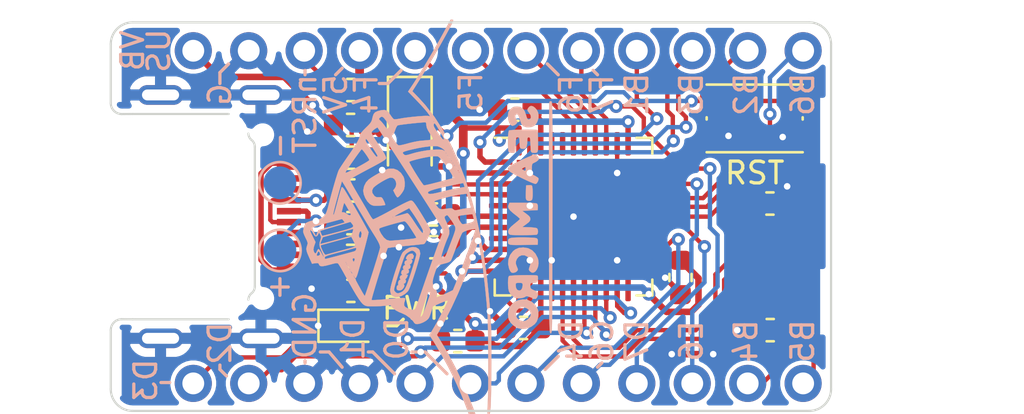
<source format=kicad_pcb>
(kicad_pcb (version 20171130) (host pcbnew 5.1.6-c6e7f7d~87~ubuntu20.04.1)
  (title_block (title "Sea Micro") (date 2020-12-11) (rev 0.3) (company "Josh Johnson and Custom KBD"))
  (layers (0 F.Cu signal) (31 B.Cu signal) (34 B.Paste user) (35 F.Paste user) (36 B.SilkS user) (37 F.SilkS user) (38 B.Mask user) (39 F.Mask user) (44 Edge.Cuts user))
  (net 0 "")
  (net 1 GND)
  (net 2 "Net-(C1-Pad1)")
  (net 3 "Net-(C2-Pad1)")
  (net 4 "Net-(C3-Pad1)")
  (net 5 "Net-(C4-Pad1)")
  (net 6 +5V)
  (net 7 VBUS)
  (net 8 "Net-(D2-Pad2)")
  (net 9 "Net-(F1-Pad2)")
  (net 10 "Net-(J1-PadA5)")
  (net 11 "Net-(J1-PadB5)")
  (net 12 /nRST)
  (net 13 /USB_D+)
  (net 14 /USB_D-)
  (net 15 /PD3)
  (net 16 /PD2)
  (net 17 /PD1)
  (net 18 /PD0)
  (net 19 /PD4)
  (net 20 /PC6)
  (net 21 /PD7)
  (net 22 /PE6)
  (net 23 /PB4)
  (net 24 /PB5)
  (net 25 /PB6)
  (net 26 /PB2)
  (net 27 /PB3)
  (net 28 /PB1)
  (net 29 /PF7)
  (net 30 /PF6)
  (net 31 /PF5)
  (net 32 /PF4)
  (net 33 /D+)
  (net 34 /D-)
  (module josh-connectors:USB_C_TYPE-C-31-M-14 (layer F.Cu) (at 122.6 98.9 270)
    (fp_text reference J1 hide)
    (fp_text value USB_C_Receptacle_USB2.0)
    (fp_line (start -4.70304 4.296872) (end -4.70304 -0.103128) (layer Edge.Cuts) (width 0.1))
    (fp_line (start -3.2 -1.3) (end 3.2 -1.3) (layer Edge.Cuts) (width 0.1))
    (fp_line (start 4.70304 4.296872) (end 4.70304 -0.103128) (layer Edge.Cuts) (width 0.1))
    (fp_arc (start 3.827215 -1.424904) (end 3.80304 -1.003128) (angle 40.90122465) (layer Edge.Cuts) (width 0.1))
    (fp_arc (start 3.2 -0.9) (end 3.2 -1.3) (angle 56.30000062) (layer Edge.Cuts) (width 0.1))
    (fp_arc (start -3.827215 -1.424904) (end -3.80304 -1.003128) (angle -40.90122465) (layer Edge.Cuts) (width 0.1))
    (fp_arc (start -3.2 -0.9) (end -3.2 -1.3) (angle -56.30000062) (layer Edge.Cuts) (width 0.1))
    (pad S1 thru_hole oval (at 5.575 3.02 270) (size 0.9 2.1) (drill oval 0.5 1.7) (layers *.Cu *.Mask F.Paste) (net 1 GND))
    (pad S1 thru_hole oval (at -5.575 3.02 270) (size 0.9 2.1) (drill oval 0.5 1.7) (layers *.Cu *.Mask F.Paste) (net 1 GND))
    (pad A12 smd rect (at 3.3 -2.86 270) (size 0.6 1.1) (layers F.Cu F.Paste F.Mask) (net 1 GND) (clearance 0.01))
    (pad B1 smd rect (at 3.3 -2.86 270) (size 0.6 1.1) (layers F.Cu F.Paste F.Mask) (net 1 GND) (clearance 0.01))
    (pad B4 smd rect (at 2.45 -2.86 270) (size 0.6 1.1) (layers F.Cu F.Paste F.Mask) (net 9 "Net-(F1-Pad2)") (clearance 0.01))
    (pad A9 smd rect (at 2.45 -2.86 270) (size 0.6 1.1) (layers F.Cu F.Paste F.Mask) (net 9 "Net-(F1-Pad2)") (clearance 0.01))
    (pad B9 smd rect (at -2.45 -2.86 270) (size 0.6 1.1) (layers F.Cu F.Paste F.Mask) (net 9 "Net-(F1-Pad2)") (clearance 0.01))
    (pad A4 smd rect (at -2.45 -2.86 270) (size 0.6 1.1) (layers F.Cu F.Paste F.Mask) (net 9 "Net-(F1-Pad2)") (clearance 0.01))
    (pad B12 smd rect (at -3.3 -2.86 270) (size 0.6 1.1) (layers F.Cu F.Paste F.Mask) (net 1 GND) (clearance 0.01))
    (pad A1 smd rect (at -3.3 -2.86 270) (size 0.6 1.1) (layers F.Cu F.Paste F.Mask) (net 1 GND) (clearance 0.01))
    (pad A6 smd rect (at -0.25 -2.86 270) (size 0.3 1.1) (layers F.Cu F.Paste F.Mask) (net 13 /USB_D+))
    (pad A5 smd rect (at -1.25 -2.86 270) (size 0.3 1.1) (layers F.Cu F.Paste F.Mask) (net 10 "Net-(J1-PadA5)"))
    (pad B8 smd rect (at -1.75 -2.86 270) (size 0.3 1.1) (layers F.Cu F.Paste F.Mask))
    (pad B7 smd rect (at -0.75 -2.86 270) (size 0.3 1.1) (layers F.Cu F.Paste F.Mask) (net 14 /USB_D-))
    (pad B5 smd rect (at 1.75 -2.86 270) (size 0.3 1.1) (layers F.Cu F.Paste F.Mask) (net 11 "Net-(J1-PadB5)"))
    (pad A8 smd rect (at 1.25 -2.86 270) (size 0.3 1.1) (layers F.Cu F.Paste F.Mask))
    (pad B6 smd rect (at 0.75 -2.86 270) (size 0.3 1.1) (layers F.Cu F.Paste F.Mask) (net 13 /USB_D+))
    (pad A7 smd rect (at 0.25 -2.86 270) (size 0.3 1.1) (layers F.Cu F.Paste F.Mask) (net 14 /USB_D-))
    (pad "" np_thru_hole circle (at 3.75 -1.66 270) (size 0.65 0.65) (drill 0.65) (layers *.Cu *.Mask) (clearance 0.01))
    (pad "" np_thru_hole circle (at -3.75 -1.66 270) (size 0.65 0.65) (drill 0.65) (layers *.Cu *.Mask) (clearance 0.01))
    (pad S1 thru_hole oval (at 5.575 -1.58 270) (size 0.9 2.1) (drill oval 0.5 1.7) (layers *.Cu *.Mask F.Paste) (net 1 GND))
    (pad S1 thru_hole oval (at -5.575 -1.58 270) (size 0.9 2.1) (drill oval 0.5 1.7) (layers *.Cu *.Mask) (net 1 GND))
  )
  (module TestPoint:TestPoint_Pad_D1.5mm (layer B.Cu) (at 125.05 100.45 270)
    (fp_text reference TP2 hide)
    (fp_text value + (at 1.6 0) (layer B.SilkS) (effects (justify mirror)))
    (pad 1 smd circle (at 0 0 270) (size 1.5 1.5) (layers B.Cu B.Mask) (net 13 /USB_D+))
  )
  (module TestPoint:TestPoint_Pad_D1.5mm (layer B.Cu) (at 125.05 97.35 270)
    (fp_text reference TP1 hide)
    (fp_text value - (at -1.7 0.05 90) (layer B.SilkS) (effects (justify mirror)))
    (pad 1 smd circle (at 0 0 270) (size 1.5 1.5) (layers B.Cu B.Mask) (net 14 /USB_D-))
  )
  (module josh-logos:sea-micro-silk (layer B.Cu) (at 131.9 98.9 270)
    (fp_text reference SYM1 hide)
    (fp_text value SYM_Radio_Waves_Large hide)
  )
  (module josh-logos:OSHW_Logo_3.6x3.6_F.Mask (layer B.Cu) (at 140.3 98.9 270)
    (fp_text reference LOGO1 hide)
    (fp_text value Logo_Open_Hardware_Small hide)
  )
  (module josh-oscillators:Crystal_SMD_3225-4Pin_3.2x2.5mm (layer F.Cu) (at 147.3 101.2 270)
    (fp_text reference Y1 hide)
    (fp_text value 16MHz)
    (pad 4 smd roundrect (at -1.1 -0.85 270) (size 1.4 1.2) (layers F.Cu F.Paste F.Mask) (net 1 GND))
    (pad 3 smd roundrect (at 1.1 -0.85 270) (size 1.4 1.2) (layers F.Cu F.Paste F.Mask) (net 3 "Net-(C2-Pad1)"))
    (pad 2 smd roundrect (at 1.1 0.85 270) (size 1.4 1.2) (layers F.Cu F.Paste F.Mask) (net 1 GND))
    (pad 1 smd roundrect (at -1.1 0.85 270) (size 1.4 1.2) (layers F.Cu F.Paste F.Mask) (net 2 "Net-(C1-Pad1)"))
  )
  (module josh-passives-smt:D_SOD-123F (layer F.Cu) (at 131 94.9 270)
    (fp_text reference D1 hide)
    (fp_text value B5817WL)
    (pad 2 smd roundrect (at 1.6 0 270) (size 1.2 1.2) (layers F.Cu F.Paste F.Mask) (net 7 VBUS))
    (pad 1 smd roundrect (at -1.6 0 270) (size 1.2 1.2) (layers F.Cu F.Paste F.Mask) (net 6 +5V))
  )
  (module josh-buttons-switches:SW_Push_KMR2 (layer F.Cu) (at 146.8 94.4 180)
    (fp_text reference SW1 hide)
    (fp_text value KMR2)
    (pad 2 smd roundrect (at 2.05 0.8 180) (size 0.9 1) (layers F.Cu F.Paste F.Mask) (net 12 /nRST))
    (pad 1 smd roundrect (at 2.05 -0.8 180) (size 0.9 1) (layers F.Cu F.Paste F.Mask) (net 1 GND))
    (pad 2 smd roundrect (at -2.05 0.8 180) (size 0.9 1) (layers F.Cu F.Paste F.Mask) (net 12 /nRST))
    (pad 1 smd roundrect (at -2.05 -0.8 180) (size 0.9 1) (layers F.Cu F.Paste F.Mask) (net 1 GND))
  )
  (module LED_SMD:LED_0603_1608Metric (layer F.Cu) (at 128.3 103.9)
    (fp_text reference D2 hide)
    (fp_text value LED)
    (pad 1 smd roundrect (at -0.7875 0) (size 0.875 0.95) (layers F.Cu F.Paste F.Mask) (net 1 GND))
    (pad 2 smd roundrect (at 0.7875 0) (size 0.875 0.95) (layers F.Cu F.Paste F.Mask) (net 8 "Net-(D2-Pad2)"))
  )
  (module Package_DFN_QFN:QFN-44-1EP_7x7mm_P0.5mm_EP5.2x5.2mm (layer F.Cu) (at 138.5 98.9)
    (fp_text reference U1 hide)
    (fp_text value ATMEGA32U4-MUR)
    (pad 45 smd rect (at 0 0) (size 5.2 5.2) (layers F.Cu F.Mask) (net 1 GND))
    (pad 44 smd roundrect (at -2.5 -3.3375) (size 0.25 1.075) (layers F.Cu F.Paste F.Mask) (net 6 +5V))
    (pad 43 smd roundrect (at -2 -3.3375) (size 0.25 1.075) (layers F.Cu F.Paste F.Mask) (net 1 GND))
    (pad 42 smd roundrect (at -1.5 -3.3375) (size 0.25 1.075) (layers F.Cu F.Paste F.Mask) (net 4 "Net-(C3-Pad1)"))
    (pad 41 smd roundrect (at -1 -3.3375) (size 0.25 1.075) (layers F.Cu F.Paste F.Mask))
    (pad 40 smd roundrect (at -0.5 -3.3375) (size 0.25 1.075) (layers F.Cu F.Paste F.Mask))
    (pad 39 smd roundrect (at 0 -3.3375) (size 0.25 1.075) (layers F.Cu F.Paste F.Mask) (net 32 /PF4))
    (pad 38 smd roundrect (at 0.5 -3.3375) (size 0.25 1.075) (layers F.Cu F.Paste F.Mask) (net 31 /PF5))
    (pad 37 smd roundrect (at 1 -3.3375) (size 0.25 1.075) (layers F.Cu F.Paste F.Mask) (net 30 /PF6))
    (pad 36 smd roundrect (at 1.5 -3.3375) (size 0.25 1.075) (layers F.Cu F.Paste F.Mask) (net 29 /PF7))
    (pad 35 smd roundrect (at 2 -3.3375) (size 0.25 1.075) (layers F.Cu F.Paste F.Mask) (net 1 GND))
    (pad 34 smd roundrect (at 2.5 -3.3375) (size 0.25 1.075) (layers F.Cu F.Paste F.Mask) (net 6 +5V))
    (pad 33 smd roundrect (at 3.3375 -2.5) (size 1.075 0.25) (layers F.Cu F.Paste F.Mask) (net 1 GND))
    (pad 32 smd roundrect (at 3.3375 -2) (size 1.075 0.25) (layers F.Cu F.Paste F.Mask))
    (pad 31 smd roundrect (at 3.3375 -1.5) (size 1.075 0.25) (layers F.Cu F.Paste F.Mask) (net 20 /PC6))
    (pad 30 smd roundrect (at 3.3375 -1) (size 1.075 0.25) (layers F.Cu F.Paste F.Mask) (net 25 /PB6))
    (pad 29 smd roundrect (at 3.3375 -0.5) (size 1.075 0.25) (layers F.Cu F.Paste F.Mask) (net 24 /PB5))
    (pad 28 smd roundrect (at 3.3375 0) (size 1.075 0.25) (layers F.Cu F.Paste F.Mask) (net 23 /PB4))
    (pad 27 smd roundrect (at 3.3375 0.5) (size 1.075 0.25) (layers F.Cu F.Paste F.Mask) (net 21 /PD7))
    (pad 26 smd roundrect (at 3.3375 1) (size 1.075 0.25) (layers F.Cu F.Paste F.Mask))
    (pad 25 smd roundrect (at 3.3375 1.5) (size 1.075 0.25) (layers F.Cu F.Paste F.Mask) (net 19 /PD4))
    (pad 24 smd roundrect (at 3.3375 2) (size 1.075 0.25) (layers F.Cu F.Paste F.Mask) (net 6 +5V))
    (pad 23 smd roundrect (at 3.3375 2.5) (size 1.075 0.25) (layers F.Cu F.Paste F.Mask) (net 1 GND))
    (pad 22 smd roundrect (at 2.5 3.3375) (size 0.25 1.075) (layers F.Cu F.Paste F.Mask))
    (pad 21 smd roundrect (at 2 3.3375) (size 0.25 1.075) (layers F.Cu F.Paste F.Mask) (net 15 /PD3))
    (pad 20 smd roundrect (at 1.5 3.3375) (size 0.25 1.075) (layers F.Cu F.Paste F.Mask) (net 16 /PD2))
    (pad 19 smd roundrect (at 1 3.3375) (size 0.25 1.075) (layers F.Cu F.Paste F.Mask) (net 17 /PD1))
    (pad 18 smd roundrect (at 0.5 3.3375) (size 0.25 1.075) (layers F.Cu F.Paste F.Mask) (net 18 /PD0))
    (pad 17 smd roundrect (at 0 3.3375) (size 0.25 1.075) (layers F.Cu F.Paste F.Mask) (net 2 "Net-(C1-Pad1)"))
    (pad 16 smd roundrect (at -0.5 3.3375) (size 0.25 1.075) (layers F.Cu F.Paste F.Mask) (net 3 "Net-(C2-Pad1)"))
    (pad 15 smd roundrect (at -1 3.3375) (size 0.25 1.075) (layers F.Cu F.Paste F.Mask) (net 1 GND))
    (pad 14 smd roundrect (at -1.5 3.3375) (size 0.25 1.075) (layers F.Cu F.Paste F.Mask) (net 6 +5V))
    (pad 13 smd roundrect (at -2 3.3375) (size 0.25 1.075) (layers F.Cu F.Paste F.Mask) (net 12 /nRST))
    (pad 12 smd roundrect (at -2.5 3.3375) (size 0.25 1.075) (layers F.Cu F.Paste F.Mask))
    (pad 11 smd roundrect (at -3.3375 2.5) (size 1.075 0.25) (layers F.Cu F.Paste F.Mask) (net 27 /PB3))
    (pad 10 smd roundrect (at -3.3375 2) (size 1.075 0.25) (layers F.Cu F.Paste F.Mask) (net 26 /PB2))
    (pad 9 smd roundrect (at -3.3375 1.5) (size 1.075 0.25) (layers F.Cu F.Paste F.Mask) (net 28 /PB1))
    (pad 8 smd roundrect (at -3.3375 1) (size 1.075 0.25) (layers F.Cu F.Paste F.Mask))
    (pad 7 smd roundrect (at -3.3375 0.5) (size 1.075 0.25) (layers F.Cu F.Paste F.Mask) (net 7 VBUS))
    (pad 6 smd roundrect (at -3.3375 0) (size 1.075 0.25) (layers F.Cu F.Paste F.Mask) (net 5 "Net-(C4-Pad1)"))
    (pad 5 smd roundrect (at -3.3375 -0.5) (size 1.075 0.25) (layers F.Cu F.Paste F.Mask) (net 1 GND))
    (pad 4 smd roundrect (at -3.3375 -1) (size 1.075 0.25) (layers F.Cu F.Paste F.Mask) (net 33 /D+))
    (pad 3 smd roundrect (at -3.3375 -1.5) (size 1.075 0.25) (layers F.Cu F.Paste F.Mask) (net 34 /D-))
    (pad 2 smd roundrect (at -3.3375 -2) (size 1.075 0.25) (layers F.Cu F.Paste F.Mask) (net 7 VBUS))
    (pad 1 smd roundrect (at -3.3375 -2.5) (size 1.075 0.25) (layers F.Cu F.Paste F.Mask) (net 22 /PE6))
  )
  (module Resistor_SMD:R_0603_1608Metric (layer F.Cu) (at 128.3 97.7 180)
    (fp_text reference R6 hide)
    (fp_text value 22R)
    (pad 1 smd roundrect (at -0.7875 0 180) (size 0.875 0.95) (layers F.Cu F.Paste F.Mask) (net 34 /D-))
    (pad 2 smd roundrect (at 0.7875 0 180) (size 0.875 0.95) (layers F.Cu F.Paste F.Mask) (net 14 /USB_D-))
  )
  (module Resistor_SMD:R_0603_1608Metric (layer F.Cu) (at 128.3 99.2 180)
    (fp_text reference R5 hide)
    (fp_text value 22R)
    (pad 1 smd roundrect (at -0.7875 0 180) (size 0.875 0.95) (layers F.Cu F.Paste F.Mask) (net 33 /D+))
    (pad 2 smd roundrect (at 0.7875 0 180) (size 0.875 0.95) (layers F.Cu F.Paste F.Mask) (net 13 /USB_D+))
  )
  (module Resistor_SMD:R_0603_1608Metric (layer F.Cu) (at 128.3 93.1 180)
    (fp_text reference R4 hide)
    (fp_text value 5K1)
    (pad 2 smd roundrect (at 0.7875 0 180) (size 0.875 0.95) (layers F.Cu F.Paste F.Mask) (net 12 /nRST))
    (pad 1 smd roundrect (at -0.7875 0 180) (size 0.875 0.95) (layers F.Cu F.Paste F.Mask) (net 6 +5V))
  )
  (module Resistor_SMD:R_0603_1608Metric (layer F.Cu) (at 128.3 102.3 180)
    (fp_text reference R3 hide)
    (fp_text value 5K1)
    (pad 2 smd roundrect (at 0.7875 0 180) (size 0.875 0.95) (layers F.Cu F.Paste F.Mask) (net 8 "Net-(D2-Pad2)"))
    (pad 1 smd roundrect (at -0.7875 0 180) (size 0.875 0.95) (layers F.Cu F.Paste F.Mask) (net 6 +5V))
  )
  (module Resistor_SMD:R_0603_1608Metric (layer F.Cu) (at 128.2875 100.7 180)
    (fp_text reference R2 hide)
    (fp_text value 5K1)
    (pad 2 smd roundrect (at 0.7875 0 180) (size 0.875 0.95) (layers F.Cu F.Paste F.Mask) (net 11 "Net-(J1-PadB5)"))
    (pad 1 smd roundrect (at -0.7875 0 180) (size 0.875 0.95) (layers F.Cu F.Paste F.Mask) (net 1 GND))
  )
  (module Resistor_SMD:R_0603_1608Metric (layer F.Cu) (at 128.3 96.2 180)
    (fp_text reference R1 hide)
    (fp_text value 5K1)
    (pad 2 smd roundrect (at 0.7875 0 180) (size 0.875 0.95) (layers F.Cu F.Paste F.Mask) (net 10 "Net-(J1-PadA5)"))
    (pad 1 smd roundrect (at -0.7875 0 180) (size 0.875 0.95) (layers F.Cu F.Paste F.Mask) (net 1 GND))
  )
  (module josh-passives-smt:Fuse_0603_1608Metric (layer F.Cu) (at 128.2875 94.7 180)
    (fp_text reference F1 hide)
    (fp_text value 500mA)
    (pad 2 smd roundrect (at 0.7875 0 180) (size 0.875 0.95) (layers F.Cu F.Paste F.Mask) (net 9 "Net-(F1-Pad2)"))
    (pad 1 smd roundrect (at -0.7875 0 180) (size 0.875 0.95) (layers F.Cu F.Paste F.Mask) (net 7 VBUS))
  )
  (module Capacitor_SMD:C_0603_1608Metric (layer F.Cu) (at 136.2125 104 180)
    (fp_text reference C8 hide)
    (fp_text value 100n)
    (pad 2 smd roundrect (at 0.7875 0 180) (size 0.875 0.95) (layers F.Cu F.Paste F.Mask) (net 1 GND))
    (pad 1 smd roundrect (at -0.7875 0 180) (size 0.875 0.95) (layers F.Cu F.Paste F.Mask) (net 6 +5V))
  )
  (module Capacitor_SMD:C_0603_1608Metric (layer F.Cu) (at 143.4 101.6875 270)
    (fp_text reference C7 hide)
    (fp_text value 100n)
    (pad 2 smd roundrect (at 0.7875 0 270) (size 0.875 0.95) (layers F.Cu F.Paste F.Mask) (net 1 GND))
    (pad 1 smd roundrect (at -0.7875 0 270) (size 0.875 0.95) (layers F.Cu F.Paste F.Mask) (net 6 +5V))
  )
  (module Capacitor_SMD:C_0603_1608Metric (layer F.Cu) (at 133.2 104.6 180)
    (fp_text reference C6 hide)
    (fp_text value 1u)
    (pad 2 smd roundrect (at 0.7875 0 180) (size 0.875 0.95) (layers F.Cu F.Paste F.Mask) (net 1 GND))
    (pad 1 smd roundrect (at -0.7875 0 180) (size 0.875 0.95) (layers F.Cu F.Paste F.Mask) (net 6 +5V))
  )
  (module Capacitor_SMD:C_0603_1608Metric (layer F.Cu) (at 132.1 100.3)
    (fp_text reference C5 hide)
    (fp_text value 1u)
    (pad 2 smd roundrect (at 0.7875 0) (size 0.875 0.95) (layers F.Cu F.Paste F.Mask) (net 7 VBUS))
    (pad 1 smd roundrect (at -0.7875 0) (size 0.875 0.95) (layers F.Cu F.Paste F.Mask) (net 1 GND))
  )
  (module Capacitor_SMD:C_0603_1608Metric (layer F.Cu) (at 132.0875 98.8 180)
    (fp_text reference C4 hide)
    (fp_text value 1u)
    (pad 2 smd roundrect (at 0.7875 0 180) (size 0.875 0.95) (layers F.Cu F.Paste F.Mask) (net 1 GND))
    (pad 1 smd roundrect (at -0.7875 0 180) (size 0.875 0.95) (layers F.Cu F.Paste F.Mask) (net 5 "Net-(C4-Pad1)"))
  )
  (module Capacitor_SMD:C_0603_1608Metric (layer F.Cu) (at 135.8125 94 180)
    (fp_text reference C3 hide)
    (fp_text value 100n)
    (pad 2 smd roundrect (at 0.7875 0 180) (size 0.875 0.95) (layers F.Cu F.Paste F.Mask) (net 1 GND))
    (pad 1 smd roundrect (at -0.7875 0 180) (size 0.875 0.95) (layers F.Cu F.Paste F.Mask) (net 4 "Net-(C3-Pad1)"))
  )
  (module Capacitor_SMD:C_0603_1608Metric (layer F.Cu) (at 147.5125 104.1 180)
    (fp_text reference C2 hide)
    (fp_text value 15p)
    (pad 2 smd roundrect (at 0.7875 0 180) (size 0.875 0.95) (layers F.Cu F.Paste F.Mask) (net 1 GND))
    (pad 1 smd roundrect (at -0.7875 0 180) (size 0.875 0.95) (layers F.Cu F.Paste F.Mask) (net 3 "Net-(C2-Pad1)"))
  )
  (module Capacitor_SMD:C_0603_1608Metric (layer F.Cu) (at 147.5 98.3)
    (fp_text reference C1 hide)
    (fp_text value 15p)
    (pad 2 smd roundrect (at 0.7875 0) (size 0.875 0.95) (layers F.Cu F.Paste F.Mask) (net 1 GND))
    (pad 1 smd roundrect (at -0.7875 0) (size 0.875 0.95) (layers F.Cu F.Paste F.Mask) (net 2 "Net-(C1-Pad1)"))
  )
  (module josh-connectors:Castellated_Short_P2.54x12 (layer F.Cu) (at 149.02 106.54 270)
    (fp_text reference J2 hide)
    (fp_text value "0.1\" x 12")
    (pad 12 thru_hole circle (at 0 27.94 270) (size 1.7 1.7) (drill 1) (layers *.Cu *.Mask) (net 15 /PD3))
    (pad 11 thru_hole circle (at 0 25.4 270) (size 1.7 1.7) (drill 1) (layers *.Cu *.Mask) (net 16 /PD2))
    (pad 10 thru_hole circle (at 0 22.86 270) (size 1.7 1.7) (drill 1) (layers *.Cu *.Mask) (net 1 GND))
    (pad 9 thru_hole circle (at 0 20.32 270) (size 1.7 1.7) (drill 1) (layers *.Cu *.Mask) (net 1 GND))
    (pad 8 thru_hole circle (at 0 17.78 270) (size 1.7 1.7) (drill 1) (layers *.Cu *.Mask) (net 17 /PD1))
    (pad 7 thru_hole circle (at 0 15.24 270) (size 1.7 1.7) (drill 1) (layers *.Cu *.Mask) (net 18 /PD0))
    (pad 6 thru_hole circle (at 0 12.7 270) (size 1.7 1.7) (drill 1) (layers *.Cu *.Mask) (net 19 /PD4))
    (pad 5 thru_hole circle (at 0 10.16 270) (size 1.7 1.7) (drill 1) (layers *.Cu *.Mask) (net 20 /PC6))
    (pad 4 thru_hole circle (at 0 7.62 270) (size 1.7 1.7) (drill 1) (layers *.Cu *.Mask) (net 21 /PD7))
    (pad 3 thru_hole circle (at 0 5.08 270) (size 1.7 1.7) (drill 1) (layers *.Cu *.Mask) (net 22 /PE6))
    (pad 2 thru_hole circle (at 0 2.54 270) (size 1.7 1.7) (drill 1) (layers *.Cu *.Mask) (net 23 /PB4))
    (pad 1 thru_hole circle (at 0 0 270) (size 1.7 1.7) (drill 1) (layers *.Cu *.Mask) (net 24 /PB5))
  )
  (module josh-connectors:Castellated_Short_P2.54x12 (layer F.Cu) (at 121.08 91.3 90)
    (fp_text reference J3 hide)
    (fp_text value "0.1\" x 12")
    (pad 12 thru_hole circle (at 0 27.94 90) (size 1.7 1.7) (drill 1) (layers *.Cu *.Mask) (net 25 /PB6))
    (pad 11 thru_hole circle (at 0 25.4 90) (size 1.7 1.7) (drill 1) (layers *.Cu *.Mask) (net 26 /PB2))
    (pad 10 thru_hole circle (at 0 22.86 90) (size 1.7 1.7) (drill 1) (layers *.Cu *.Mask) (net 27 /PB3))
    (pad 9 thru_hole circle (at 0 20.32 90) (size 1.7 1.7) (drill 1) (layers *.Cu *.Mask) (net 28 /PB1))
    (pad 8 thru_hole circle (at 0 17.78 90) (size 1.7 1.7) (drill 1) (layers *.Cu *.Mask) (net 29 /PF7))
    (pad 7 thru_hole circle (at 0 15.24 90) (size 1.7 1.7) (drill 1) (layers *.Cu *.Mask) (net 30 /PF6))
    (pad 6 thru_hole circle (at 0 12.7 90) (size 1.7 1.7) (drill 1) (layers *.Cu *.Mask) (net 31 /PF5))
    (pad 5 thru_hole circle (at 0 10.16 90) (size 1.7 1.7) (drill 1) (layers *.Cu *.Mask) (net 32 /PF4))
    (pad 4 thru_hole circle (at 0 7.62 90) (size 1.7 1.7) (drill 1) (layers *.Cu *.Mask) (net 6 +5V))
    (pad 3 thru_hole circle (at 0 5.08 90) (size 1.7 1.7) (drill 1) (layers *.Cu *.Mask) (net 12 /nRST))
    (pad 2 thru_hole circle (at 0 2.54 90) (size 1.7 1.7) (drill 1) (layers *.Cu *.Mask) (net 1 GND))
    (pad 1 thru_hole circle (at 0 0 90) (size 1.7 1.7) (drill 1) (layers *.Cu *.Mask) (net 7 VBUS))
  )
  (gr_line (start 118.303128 94.19696) (end 117.8 94.2) (layer Edge.Cuts) (width 0.1))
  (gr_line (start 118.303128 103.60304) (end 117.8 103.6) (layer Edge.Cuts) (width 0.1))
  (gr_line (start 137.8 92.4) (end 137.3 91.9) (layer B.SilkS) (width 0.15))
  (gr_line (start 139.4 92.2) (end 139.6 92.4) (layer B.SilkS) (width 0.15))
  (gr_line (start 137.8 105.3) (end 137.2 105.9) (layer B.SilkS) (width 0.15))
  (gr_line (start 139.8 105.6) (end 139.6 105.8) (layer B.SilkS) (width 0.15))
  (gr_line (start 126.2 92.4) (end 126.2 92.2) (layer B.SilkS) (width 0.15))
  (gr_line (start 127.6 92.4) (end 127.9 92.1) (layer B.SilkS) (width 0.15))
  (gr_line (start 130 92.8) (end 130.6 92.2) (layer B.SilkS) (width 0.15))
  (gr_line (start 129.6 92.8) (end 130 92.8) (layer B.SilkS) (width 0.15))
  (gr_line (start 131.7 105.1) (end 132.7 106.1) (layer B.SilkS) (width 0.15))
  (gr_line (start 131.1 105.1) (end 131.7 105.1) (layer B.SilkS) (width 0.15))
  (gr_line (start 129.3 105.1) (end 130.3 106.1) (layer B.SilkS) (width 0.15))
  (gr_line (start 129.1 105.1) (end 129.3 105.1) (layer B.SilkS) (width 0.15))
  (gr_text US (at 119.5 91.3 90) (layer B.SilkS) (effects (font (size 1 1)) (justify mirror)))
  (gr_line (start 122.3 92.8) (end 122.3 92.3) (layer B.SilkS) (width 0.15))
  (gr_line (start 122.3 92.3) (end 122.7 91.9) (layer B.SilkS) (width 0.15))
  (gr_line (start 127.3 105.1) (end 127.9 105.8) (layer B.SilkS) (width 0.15))
  (gr_line (start 126.9 105.1) (end 127.3 105.1) (layer B.SilkS) (width 0.15))
  (gr_line (start 126.2 105.6) (end 126.2 105.5) (layer B.SilkS) (width 0.15))
  (gr_line (start 122.3 105.9) (end 122.3 105.7) (layer B.SilkS) (width 0.15))
  (gr_line (start 122.3 105.9) (end 122.6 106.2) (layer B.SilkS) (width 0.15))
  (gr_line (start 120 106.5) (end 119.6 106.5) (layer B.SilkS) (width 0.15))
  (gr_text D7 (at 141.4 104.6 90) (layer B.SilkS) (effects (font (size 1 1)) (justify mirror)))
  (gr_text GND (at 126.2 103.9 90) (layer B.SilkS) (effects (font (size 1 1)) (justify mirror)))
  (gr_text E6 (at 143.9 104.6 90) (layer B.SilkS) (effects (font (size 1 1)) (justify mirror)))
  (gr_text B4 (at 146.4 104.6 90) (layer B.SilkS) (effects (font (size 1 1)) (justify mirror)))
  (gr_text B5 (at 149 104.6 90) (layer B.SilkS) (effects (font (size 1 1)) (justify mirror)))
  (gr_text D4 (at 138.4 104.6 90) (layer B.SilkS) (effects (font (size 1 1)) (justify mirror)))
  (gr_text D1 (at 128.4 104.5 90) (layer B.SilkS) (effects (font (size 1 1)) (justify mirror)))
  (gr_text D0 (at 130.4 104.5 90) (layer B.SilkS) (effects (font (size 1 1)) (justify mirror)))
  (gr_text D3 (at 118.9 106.4 90) (layer B.SilkS) (effects (font (size 1 1)) (justify mirror)))
  (gr_text C6 (at 139.8 104.6 90) (layer B.SilkS) (effects (font (size 1 1)) (justify mirror)))
  (gr_text D2 (at 122.3 104.7 90) (layer B.SilkS) (effects (font (size 1 1)) (justify mirror)))
  (gr_text B6 (at 149 93.3 90) (layer B.SilkS) (effects (font (size 1 1)) (justify mirror)))
  (gr_text B2 (at 146.4 93.3 90) (layer B.SilkS) (effects (font (size 1 1)) (justify mirror)))
  (gr_text B3 (at 143.9 93.3 90) (layer B.SilkS) (effects (font (size 1 1)) (justify mirror)))
  (gr_text B1 (at 141.4 93.3 90) (layer B.SilkS) (effects (font (size 1 1)) (justify mirror)))
  (gr_text F6 (at 138.4 93.3 90) (layer B.SilkS) (effects (font (size 1 1)) (justify mirror)))
  (gr_text F5 (at 133.8 93.2 90) (layer B.SilkS) (effects (font (size 1 1)) (justify mirror)))
  (gr_text F4 (at 129 93.3 90) (layer B.SilkS) (effects (font (size 1 1)) (justify mirror)))
  (gr_text F7 (at 139.8 93.3 90) (layer B.SilkS) (effects (font (size 1 1)) (justify mirror)))
  (gr_text 5V (at 127.6 93.3 90) (layer B.SilkS) (effects (font (size 1 1)) (justify mirror)))
  (gr_text nRST (at 126.2 94.2 90) (layer B.SilkS) (effects (font (size 1 1)) (justify mirror)))
  (gr_text G (at 122.3 93.3 90) (layer B.SilkS) (effects (font (size 1 1)) (justify mirror)))
  (gr_text VB (at 118.3 91.3 90) (layer B.SilkS) (effects (font (size 1 1)) (justify mirror)))
  (gr_line (start 130.4 103.9) (end 130.7 103.6) (layer F.SilkS) (width 0.15))
  (gr_line (start 129.9 103.9) (end 130.4 103.9) (layer F.SilkS) (width 0.15))
  (gr_text RST (at 146.8 96.9) (layer F.SilkS) (effects (font (size 1 1))))
  (gr_text PWR (at 131.3 103.1) (layer F.SilkS) (effects (font (size 1 1))))
  (gr_arc (start 117.8 93.7) (end 117.3 93.7) (angle -90) (layer Edge.Cuts) (width 0.1))
  (gr_arc (start 117.8 104.1) (end 117.8 103.6) (angle -90) (layer Edge.Cuts) (width 0.1))
  (gr_line (start 117.3 93.7) (end 117.3 91) (layer Edge.Cuts) (width 0.1))
  (gr_arc (start 118.3 91) (end 117.3 91) (angle 90) (layer Edge.Cuts) (width 0.1))
  (gr_line (start 117.3 104.1) (end 117.3 106.8) (layer Edge.Cuts) (width 0.1))
  (gr_arc (start 149.3 91) (end 150.3 91) (angle -90) (layer Edge.Cuts) (width 0.1))
  (gr_arc (start 118.3 106.8) (end 117.3 106.8) (angle -90) (layer Edge.Cuts) (width 0.1))
  (gr_line (start 118.3 107.8) (end 149.3 107.8) (layer Edge.Cuts) (width 0.1))
  (gr_line (start 150.3 106.8) (end 150.3 91) (layer Edge.Cuts) (width 0.1))
  (gr_line (start 149.3 90) (end 118.3 90) (layer Edge.Cuts) (width 0.1))
  (gr_arc (start 149.3 106.8) (end 150.3 106.8) (angle 90) (layer Edge.Cuts) (width 0.1))
  (segment (start 148.15 98.4375) (end 148.2875 98.3) (width 0.25) (layer F.Cu) (net 1))
  (segment (start 148.15 100.1) (end 148.15 98.4375) (width 0.25) (layer F.Cu) (net 1))
  (segment (start 146.725 102.575) (end 146.45 102.3) (width 0.25) (layer F.Cu) (net 1))
  (segment (start 146.725 104.1) (end 146.725 102.575) (width 0.25) (layer F.Cu) (net 1))
  (segment (start 129.375 96.4) (end 129.375 96.375) (width 0.3) (layer F.Cu) (net 1))
  (segment (start 140.5 96.4) (end 141.8375 96.4) (width 0.2) (layer F.Cu) (net 1))
  (segment (start 140.5 95.5625) (end 140.5 96.4) (width 0.2) (layer F.Cu) (net 1))
  (segment (start 136.5 96.9) (end 138.5 98.9) (width 0.2) (layer F.Cu) (net 1))
  (segment (start 136.5 95.5625) (end 136.5 96.9) (width 0.2) (layer F.Cu) (net 1))
  (segment (start 138 98.4) (end 138.5 98.9) (width 0.2) (layer F.Cu) (net 1))
  (segment (start 135.1625 98.4) (end 138 98.4) (width 0.2) (layer F.Cu) (net 1))
  (segment (start 137.5 99.9) (end 138.5 98.9) (width 0.2) (layer F.Cu) (net 1))
  (segment (start 137.5 102.2375) (end 137.5 99.9) (width 0.2) (layer F.Cu) (net 1))
  (segment (start 141 101.4) (end 138.5 98.9) (width 0.2) (layer F.Cu) (net 1))
  (segment (start 141.8375 101.4) (end 141 101.4) (width 0.2) (layer F.Cu) (net 1))
  (via (at 136.5 100.9) (size 0.6) (drill 0.3) (layers F.Cu B.Cu) (net 1))
  (via (at 140.5 100.9) (size 0.6) (drill 0.3) (layers F.Cu B.Cu) (net 1))
  (via (at 140.5 96.9) (size 0.6) (drill 0.3) (layers F.Cu B.Cu) (net 1))
  (via (at 136.5 96.9) (size 0.6) (drill 0.3) (layers F.Cu B.Cu) (net 1))
  (segment (start 142.4 101.4) (end 142.7 101.7) (width 0.25) (layer F.Cu) (net 1))
  (segment (start 141.8375 101.4) (end 142.4 101.4) (width 0.25) (layer F.Cu) (net 1))
  (segment (start 143.4 102.4) (end 142.7 101.7) (width 0.25) (layer F.Cu) (net 1))
  (segment (start 143.4 102.475) (end 143.4 102.4) (width 0.25) (layer F.Cu) (net 1))
  (via (at 142.7 101.7) (size 0.6) (drill 0.3) (layers F.Cu B.Cu) (net 1))
  (via (at 129.733283 96.765936) (size 0.6) (drill 0.3) (layers F.Cu B.Cu) (net 1))
  (segment (start 129.0875 96.220153) (end 129.733283 96.865936) (width 0.25) (layer F.Cu) (net 1))
  (segment (start 129.0875 96.2) (end 129.0875 96.220153) (width 0.25) (layer F.Cu) (net 1))
  (segment (start 125.46 95.6) (end 125.7 95.6) (width 0.25) (layer F.Cu) (net 1))
  (via (at 146.000021 104.1) (size 0.6) (drill 0.3) (layers F.Cu B.Cu) (net 1))
  (segment (start 146.725 104.1) (end 146.000021 104.1) (width 0.25) (layer F.Cu) (net 1))
  (via (at 138.5 98.9) (size 0.6) (drill 0.3) (layers F.Cu B.Cu) (net 1))
  (segment (start 129.075 100.7) (end 129.799989 100.7) (width 0.25) (layer F.Cu) (net 1))
  (via (at 145.6 95.2) (size 0.6) (drill 0.3) (layers F.Cu B.Cu) (net 1))
  (segment (start 124.18 104.475) (end 119.58 104.475) (width 0.3) (layer F.Cu) (net 1))
  (segment (start 124.18 93.325) (end 119.58 93.325) (width 0.3) (layer F.Cu) (net 1))
  (via (at 130.6 99.4) (size 0.6) (drill 0.3) (layers F.Cu B.Cu) (net 1))
  (segment (start 131.2 98.8) (end 130.6 99.4) (width 0.3) (layer F.Cu) (net 1))
  (segment (start 131.3 98.8) (end 131.2 98.8) (width 0.3) (layer F.Cu) (net 1))
  (via (at 130.5 100.3) (size 0.6) (drill 0.3) (layers F.Cu B.Cu) (net 1))
  (segment (start 131.3125 100.3) (end 130.5 100.3) (width 0.3) (layer F.Cu) (net 1))
  (via (at 134.2 94) (size 0.6) (drill 0.3) (layers F.Cu B.Cu) (net 1))
  (segment (start 135.025 94) (end 134.2 94) (width 0.25) (layer F.Cu) (net 1))
  (segment (start 145.6 95.2) (end 144.75 95.2) (width 0.25) (layer F.Cu) (net 1))
  (via (at 143 105.2) (size 0.6) (drill 0.3) (layers F.Cu B.Cu) (net 1))
  (via (at 136.5 98.4) (size 0.6) (drill 0.3) (layers F.Cu B.Cu) (net 1))
  (via (at 137.5 100.9) (size 0.6) (drill 0.3) (layers F.Cu B.Cu) (net 1))
  (via (at 129.799989 100.69998) (size 0.6) (drill 0.3) (layers F.Cu B.Cu) (net 1))
  (segment (start 129.799989 100.6) (end 129.799989 100.69998) (width 0.25) (layer F.Cu) (net 1))
  (segment (start 143 105.2) (end 144.9 105.2) (width 0.3) (layer F.Cu) (net 1))
  (via (at 144.9 105.2) (size 0.6) (drill 0.3) (layers F.Cu B.Cu) (net 1))
  (segment (start 148.2875 98.3) (end 148.2875 97.512498) (width 0.25) (layer F.Cu) (net 1))
  (via (at 148.2875 97.512498) (size 0.6) (drill 0.3) (layers F.Cu B.Cu) (net 1))
  (via (at 132.4 103.8) (size 0.6) (drill 0.3) (layers F.Cu B.Cu) (net 1))
  (segment (start 132.4125 103.8125) (end 132.4 103.8) (width 0.3) (layer F.Cu) (net 1))
  (segment (start 132.4125 104.6) (end 132.4125 103.8125) (width 0.3) (layer F.Cu) (net 1))
  (segment (start 135.425 104) (end 134.670495 103.245495) (width 0.3) (layer F.Cu) (net 1))
  (via (at 134.670495 103.234738) (size 0.6) (drill 0.3) (layers F.Cu B.Cu) (net 1))
  (segment (start 134.670495 103.245495) (end 134.670495 103.234738) (width 0.3) (layer F.Cu) (net 1))
  (segment (start 125.6 95.6) (end 125.46 95.6) (width 0.4) (layer F.Cu) (net 1))
  (via (at 126.3 95) (size 0.6) (drill 0.3) (layers F.Cu B.Cu) (net 1))
  (segment (start 125.7 95.6) (end 126.3 95) (width 0.4) (layer F.Cu) (net 1))
  (via (at 126.499988 102.2) (size 0.6) (drill 0.3) (layers F.Cu B.Cu) (net 1))
  (segment (start 125.46 102.2) (end 126.499988 102.2) (width 0.4) (layer F.Cu) (net 1))
  (via (at 126.8 103.9) (size 0.6) (drill 0.3) (layers F.Cu B.Cu) (net 1))
  (segment (start 127.5125 103.9) (end 126.8 103.9) (width 0.2) (layer F.Cu) (net 1))
  (via (at 148.083369 95.253181) (size 0.6) (drill 0.3) (layers F.Cu B.Cu) (net 1))
  (segment (start 148.13655 95.2) (end 148.083369 95.253181) (width 0.25) (layer F.Cu) (net 1))
  (segment (start 148.85 95.2) (end 148.13655 95.2) (width 0.25) (layer F.Cu) (net 1))
  (segment (start 146.7125 99.8375) (end 146.45 100.1) (width 0.25) (layer F.Cu) (net 2))
  (segment (start 146.7125 98.3) (end 146.7125 99.8375) (width 0.25) (layer F.Cu) (net 2))
  (segment (start 146.45 100.15) (end 146.45 100.1) (width 0.2) (layer F.Cu) (net 2))
  (segment (start 141.4 104.1) (end 144.1 104.1) (width 0.2) (layer F.Cu) (net 2))
  (segment (start 138.5 104.512252) (end 138.894385 104.906637) (width 0.2) (layer F.Cu) (net 2))
  (segment (start 145 101.55) (end 146.45 100.1) (width 0.2) (layer F.Cu) (net 2))
  (segment (start 138.894385 104.906637) (end 140.593363 104.906637) (width 0.2) (layer F.Cu) (net 2))
  (segment (start 138.5 102.2375) (end 138.5 104.512252) (width 0.2) (layer F.Cu) (net 2))
  (segment (start 140.593363 104.906637) (end 141.4 104.1) (width 0.2) (layer F.Cu) (net 2))
  (segment (start 144.1 104.1) (end 145 103.2) (width 0.2) (layer F.Cu) (net 2))
  (segment (start 145 103.2) (end 145 101.55) (width 0.2) (layer F.Cu) (net 2))
  (segment (start 148.15 103.95) (end 148.3 104.1) (width 0.25) (layer F.Cu) (net 3))
  (segment (start 148.15 102.3) (end 148.15 103.95) (width 0.25) (layer F.Cu) (net 3))
  (segment (start 144.3 104.5) (end 145.400013 103.399987) (width 0.2) (layer F.Cu) (net 3))
  (segment (start 138 102.2375) (end 138 104.577952) (width 0.2) (layer F.Cu) (net 3))
  (segment (start 138.728696 105.306648) (end 140.793352 105.306648) (width 0.2) (layer F.Cu) (net 3))
  (segment (start 140.793352 105.306648) (end 141.6 104.5) (width 0.2) (layer F.Cu) (net 3))
  (segment (start 141.6 104.5) (end 144.3 104.5) (width 0.2) (layer F.Cu) (net 3))
  (segment (start 145.400013 103.399987) (end 145.400014 101.799986) (width 0.2) (layer F.Cu) (net 3))
  (segment (start 146 101.2) (end 147.75 101.2) (width 0.2) (layer F.Cu) (net 3))
  (segment (start 148.15 101.6) (end 148.15 102.3) (width 0.2) (layer F.Cu) (net 3))
  (segment (start 138 104.577952) (end 138.728696 105.306648) (width 0.2) (layer F.Cu) (net 3))
  (segment (start 145.400014 101.799986) (end 146 101.2) (width 0.2) (layer F.Cu) (net 3))
  (segment (start 147.75 101.2) (end 148.15 101.6) (width 0.2) (layer F.Cu) (net 3))
  (segment (start 136.6 94.1) (end 137 94.5) (width 0.25) (layer F.Cu) (net 4))
  (segment (start 136.6 94) (end 136.6 94.1) (width 0.25) (layer F.Cu) (net 4))
  (segment (start 137 95.5625) (end 137 94.5) (width 0.25) (layer F.Cu) (net 4))
  (segment (start 135.1625 98.9) (end 135.144597 98.882097) (width 0.25) (layer F.Cu) (net 5))
  (segment (start 132.957097 98.882097) (end 132.875 98.8) (width 0.25) (layer F.Cu) (net 5))
  (segment (start 135.144597 98.882097) (end 132.957097 98.882097) (width 0.25) (layer F.Cu) (net 5))
  (segment (start 141.8375 100.9) (end 143.4 100.9) (width 0.25) (layer F.Cu) (net 6))
  (segment (start 137 102.2375) (end 137 104) (width 0.25) (layer F.Cu) (net 6))
  (segment (start 129.2 92.9875) (end 129.0875 93.1) (width 0.3) (layer F.Cu) (net 6))
  (segment (start 129.13751 102.55001) (end 129.0875 102.5) (width 0.3) (layer F.Cu) (net 6))
  (via (at 141.95 102.45) (size 0.6) (drill 0.3) (layers F.Cu B.Cu) (net 6))
  (segment (start 131 93.2) (end 130.9 93.1) (width 0.4) (layer F.Cu) (net 6))
  (segment (start 143.4 100.9) (end 144.22501 101.72501) (width 0.3) (layer F.Cu) (net 6))
  (segment (start 144.22501 101.72501) (end 144.22501 102.92934) (width 0.3) (layer F.Cu) (net 6))
  (segment (start 144.22501 102.92934) (end 143.89184 103.26251) (width 0.3) (layer F.Cu) (net 6))
  (segment (start 143.89184 103.26251) (end 142.76251 103.26251) (width 0.3) (layer F.Cu) (net 6))
  (segment (start 142.76251 103.26251) (end 141.95 102.45) (width 0.3) (layer F.Cu) (net 6))
  (via (at 133.449996 96) (size 0.6) (drill 0.3) (layers F.Cu B.Cu) (net 6))
  (segment (start 130 93.1) (end 130.2 93.3) (width 0.4) (layer F.Cu) (net 6))
  (segment (start 129.0875 93.1) (end 130 93.1) (width 0.4) (layer F.Cu) (net 6))
  (segment (start 131 93.3) (end 130.2 93.3) (width 0.4) (layer F.Cu) (net 6))
  (segment (start 129.13749 102.45001) (end 129.0875 102.5) (width 0.3) (layer F.Cu) (net 6))
  (segment (start 135.035028 94.839992) (end 133.56 94.839992) (width 0.25) (layer F.Cu) (net 6))
  (segment (start 133.449996 94.949996) (end 133.56 94.839992) (width 0.25) (layer F.Cu) (net 6))
  (segment (start 133.449996 96) (end 133.449996 94.949996) (width 0.25) (layer F.Cu) (net 6))
  (segment (start 133.449996 96) (end 133.449996 94.749996) (width 0.4) (layer F.Cu) (net 6))
  (segment (start 132 93.3) (end 131 93.3) (width 0.4) (layer F.Cu) (net 6))
  (segment (start 133.449996 94.749996) (end 132 93.3) (width 0.4) (layer F.Cu) (net 6))
  (via (at 141 94.549968) (size 0.6) (drill 0.3) (layers F.Cu B.Cu) (net 6))
  (segment (start 141 95.5625) (end 141 94.549968) (width 0.25) (layer F.Cu) (net 6))
  (segment (start 135.035028 95.335028) (end 135.101123 95.401123) (width 0.25) (layer F.Cu) (net 6))
  (segment (start 140.999957 94.550011) (end 135.952235 94.550011) (width 0.3) (layer B.Cu) (net 6))
  (segment (start 135.952235 94.550011) (end 135.101123 95.401123) (width 0.3) (layer B.Cu) (net 6))
  (segment (start 135.035028 94.839992) (end 135.035028 95.335028) (width 0.25) (layer F.Cu) (net 6))
  (via (at 135.101123 95.401123) (size 0.6) (drill 0.3) (layers F.Cu B.Cu) (net 6))
  (segment (start 141 94.549968) (end 140.999957 94.550011) (width 0.3) (layer B.Cu) (net 6))
  (segment (start 128.7 91.3) (end 128.7 92.7125) (width 0.4) (layer F.Cu) (net 6))
  (segment (start 128.7 92.7125) (end 129.0875 93.1) (width 0.4) (layer F.Cu) (net 6))
  (segment (start 136 94.839992) (end 136 95.5625) (width 0.25) (layer F.Cu) (net 6))
  (segment (start 135.035028 94.839992) (end 136 94.839992) (width 0.25) (layer F.Cu) (net 6))
  (segment (start 137 104) (end 136.17499 104.82501) (width 0.3) (layer F.Cu) (net 6))
  (segment (start 134.64998 104.6) (end 134.87499 104.82501) (width 0.3) (layer F.Cu) (net 6))
  (segment (start 133.9875 104.6) (end 134.64998 104.6) (width 0.3) (layer F.Cu) (net 6))
  (segment (start 136.17499 104.82501) (end 134.87499 104.82501) (width 0.3) (layer F.Cu) (net 6))
  (via (at 134 103.8) (size 0.6) (drill 0.3) (layers F.Cu B.Cu) (net 6))
  (segment (start 133.9875 103.8125) (end 134 103.8) (width 0.3) (layer F.Cu) (net 6))
  (segment (start 133.9875 104.6) (end 133.9875 103.8125) (width 0.3) (layer F.Cu) (net 6))
  (segment (start 141.650001 102.150001) (end 141.95 102.45) (width 0.3) (layer B.Cu) (net 6))
  (segment (start 134.874486 103.950001) (end 136.674486 102.150001) (width 0.3) (layer B.Cu) (net 6))
  (segment (start 134.150001 103.950001) (end 134.874486 103.950001) (width 0.3) (layer B.Cu) (net 6))
  (segment (start 134 103.8) (end 134.150001 103.950001) (width 0.3) (layer B.Cu) (net 6))
  (segment (start 136.674486 102.150001) (end 141.650001 102.150001) (width 0.3) (layer B.Cu) (net 6))
  (via (at 132.205587 102.10001) (size 0.6) (drill 0.3) (layers F.Cu B.Cu) (net 6))
  (segment (start 133.449996 96) (end 133.450004 96.000008) (width 0.3) (layer B.Cu) (net 6))
  (segment (start 133.450004 96.000008) (end 133.450004 100.267723) (width 0.3) (layer B.Cu) (net 6))
  (segment (start 133.450004 100.267723) (end 132.205587 101.51214) (width 0.3) (layer B.Cu) (net 6))
  (segment (start 132.205587 101.51214) (end 132.205587 102.10001) (width 0.3) (layer B.Cu) (net 6))
  (segment (start 133.905577 103.8) (end 134 103.8) (width 0.3) (layer F.Cu) (net 6))
  (segment (start 132.205587 102.10001) (end 133.905577 103.8) (width 0.3) (layer F.Cu) (net 6))
  (segment (start 129.99999 102.10001) (end 132.205587 102.10001) (width 0.2) (layer F.Cu) (net 6))
  (segment (start 129.8 102.3) (end 129.99999 102.10001) (width 0.2) (layer F.Cu) (net 6))
  (segment (start 129.0875 102.3) (end 129.8 102.3) (width 0.2) (layer F.Cu) (net 6))
  (segment (start 132.8875 100.2875) (end 132.1 99.5) (width 0.25) (layer F.Cu) (net 7))
  (segment (start 132.8875 100.3) (end 132.8875 100.2875) (width 0.25) (layer F.Cu) (net 7))
  (via (at 132.1 99.6) (size 0.6) (drill 0.3) (layers F.Cu B.Cu) (net 7))
  (via (at 126.55 93.8) (size 0.6) (drill 0.3) (layers F.Cu B.Cu) (net 7))
  (via (at 132.8 96.6) (size 0.6) (drill 0.3) (layers F.Cu B.Cu) (net 7))
  (segment (start 135.1625 96.9) (end 133.1 96.9) (width 0.25) (layer F.Cu) (net 7))
  (segment (start 133.1 96.9) (end 132.8 96.6) (width 0.25) (layer F.Cu) (net 7))
  (segment (start 132.8 98.9) (end 132.8 96.6) (width 0.3) (layer B.Cu) (net 7))
  (segment (start 132.1 99.6) (end 132.8 98.9) (width 0.3) (layer B.Cu) (net 7))
  (segment (start 128.15 95.4) (end 129.2 95.4) (width 0.3) (layer B.Cu) (net 7))
  (segment (start 126.55 93.8) (end 128.15 95.4) (width 0.3) (layer B.Cu) (net 7))
  (segment (start 129.075 94.7) (end 129.2 94.7) (width 0.3) (layer F.Cu) (net 7))
  (via (at 129.9 95.4) (size 0.6) (drill 0.3) (layers F.Cu B.Cu) (net 7))
  (segment (start 129.2 95.4) (end 129.9 95.4) (width 0.3) (layer B.Cu) (net 7))
  (segment (start 129.9 95.4) (end 131 96.5) (width 0.3) (layer F.Cu) (net 7))
  (segment (start 129.2 94.7) (end 129.9 95.4) (width 0.3) (layer F.Cu) (net 7))
  (segment (start 125.250001 92.500001) (end 126.55 93.8) (width 0.3) (layer F.Cu) (net 7))
  (segment (start 121.08 91.3) (end 122.280001 92.500001) (width 0.3) (layer F.Cu) (net 7))
  (segment (start 131.1 96.6) (end 131 96.5) (width 0.3) (layer F.Cu) (net 7))
  (segment (start 132.8 96.6) (end 131.1 96.6) (width 0.3) (layer F.Cu) (net 7))
  (segment (start 125.250001 92.500001) (end 122.280001 92.500001) (width 0.3) (layer F.Cu) (net 7))
  (segment (start 135.1625 99.4) (end 135.146202 99.383702) (width 0.25) (layer F.Cu) (net 7))
  (segment (start 133.803798 99.383702) (end 132.8875 100.3) (width 0.25) (layer F.Cu) (net 7))
  (segment (start 135.146202 99.383702) (end 133.803798 99.383702) (width 0.25) (layer F.Cu) (net 7))
  (segment (start 127.5125 102.325) (end 129.0875 103.9) (width 0.2) (layer F.Cu) (net 8))
  (segment (start 127.5125 102.3) (end 127.5125 102.325) (width 0.2) (layer F.Cu) (net 8))
  (segment (start 124.66 96.45) (end 125.46 96.45) (width 0.25) (layer F.Cu) (net 9))
  (segment (start 124.184987 96.925013) (end 124.66 96.45) (width 0.25) (layer F.Cu) (net 9))
  (segment (start 124.184987 100.884987) (end 124.184987 96.925013) (width 0.25) (layer F.Cu) (net 9))
  (segment (start 124.65 101.35) (end 124.184987 100.884987) (width 0.25) (layer F.Cu) (net 9))
  (segment (start 125.46 101.35) (end 124.65 101.35) (width 0.25) (layer F.Cu) (net 9))
  (segment (start 126.72499 96.07501) (end 126.72499 95.537014) (width 0.3) (layer F.Cu) (net 9))
  (segment (start 127.5 94.762004) (end 127.5 94.6) (width 0.3) (layer F.Cu) (net 9))
  (segment (start 125.46 96.45) (end 126.35 96.45) (width 0.3) (layer F.Cu) (net 9))
  (segment (start 126.35 96.45) (end 126.72499 96.07501) (width 0.3) (layer F.Cu) (net 9))
  (segment (start 126.72499 95.537014) (end 127.5 94.762004) (width 0.3) (layer F.Cu) (net 9))
  (segment (start 125.46 97.65) (end 126.25386 97.65) (width 0.2) (layer F.Cu) (net 10))
  (segment (start 127.5125 96.1) (end 127.5 96.1) (width 0.2) (layer F.Cu) (net 10))
  (segment (start 126.60193 96.99807) (end 126.60193 97.30193) (width 0.2) (layer F.Cu) (net 10))
  (segment (start 127.5 96.1) (end 126.60193 96.99807) (width 0.2) (layer F.Cu) (net 10))
  (segment (start 126.25386 97.65) (end 126.60193 97.30193) (width 0.2) (layer F.Cu) (net 10))
  (segment (start 125.46 100.65) (end 127.45 100.65) (width 0.2) (layer F.Cu) (net 11))
  (segment (start 127.45 100.65) (end 127.5 100.6) (width 0.2) (layer F.Cu) (net 11))
  (segment (start 148.85 93.6) (end 145.6 93.6) (width 0.2) (layer F.Cu) (net 12))
  (segment (start 127.5125 93.1) (end 127.5125 93.0125) (width 0.2) (layer F.Cu) (net 12))
  (segment (start 126.16 91.66) (end 126.16 91.3) (width 0.2) (layer F.Cu) (net 12))
  (segment (start 127.5125 93.0125) (end 126.16 91.66) (width 0.2) (layer F.Cu) (net 12))
  (segment (start 127.5125 93.1125) (end 128.33749 93.93749) (width 0.2) (layer F.Cu) (net 12))
  (segment (start 127.5125 93.1) (end 127.5125 93.1125) (width 0.2) (layer F.Cu) (net 12))
  (via (at 132.7 95.2) (size 0.6) (drill 0.3) (layers F.Cu B.Cu) (net 12))
  (segment (start 132.7 95.2) (end 131.8 94.3) (width 0.2) (layer F.Cu) (net 12))
  (segment (start 131.8 94.3) (end 130.3 94.3) (width 0.2) (layer F.Cu) (net 12))
  (segment (start 128.34999 93.92499) (end 128.33749 93.93749) (width 0.2) (layer F.Cu) (net 12))
  (segment (start 129.92499 93.92499) (end 128.34999 93.92499) (width 0.2) (layer F.Cu) (net 12))
  (segment (start 130.3 94.3) (end 129.92499 93.92499) (width 0.2) (layer F.Cu) (net 12))
  (segment (start 134.488001 94.600001) (end 135.488002 93.6) (width 0.2) (layer B.Cu) (net 12))
  (segment (start 133.299999 94.600001) (end 134.488001 94.600001) (width 0.2) (layer B.Cu) (net 12))
  (segment (start 132.7 95.2) (end 133.299999 94.600001) (width 0.2) (layer B.Cu) (net 12))
  (segment (start 143.900008 93.6) (end 143.9 93.599992) (width 0.2) (layer F.Cu) (net 12))
  (via (at 143.9 93.599992) (size 0.6) (drill 0.3) (layers F.Cu B.Cu) (net 12))
  (segment (start 145.9 93.6) (end 143.900008 93.6) (width 0.2) (layer F.Cu) (net 12))
  (segment (start 140 93.2) (end 140.8 93.2) (width 0.2) (layer B.Cu) (net 12))
  (segment (start 135.488002 93.6) (end 139.6 93.6) (width 0.2) (layer B.Cu) (net 12))
  (segment (start 139.6 93.6) (end 140 93.2) (width 0.2) (layer B.Cu) (net 12))
  (segment (start 140.8 93.2) (end 141.199992 93.599992) (width 0.2) (layer B.Cu) (net 12))
  (segment (start 141.199992 93.599992) (end 143.9 93.599992) (width 0.2) (layer B.Cu) (net 12))
  (segment (start 128.66636 101.5) (end 132.63641 101.5) (width 0.2) (layer F.Cu) (net 12))
  (segment (start 136.5 103) (end 136.5 102.2375) (width 0.2) (layer F.Cu) (net 12))
  (segment (start 136.3 103.2) (end 136.5 103) (width 0.2) (layer F.Cu) (net 12))
  (segment (start 134.7 102) (end 135.9 103.2) (width 0.2) (layer F.Cu) (net 12))
  (segment (start 128.33749 101.17113) (end 128.66636 101.5) (width 0.2) (layer F.Cu) (net 12))
  (segment (start 128.33749 93.93749) (end 128.33749 101.17113) (width 0.2) (layer F.Cu) (net 12))
  (segment (start 135.9 103.2) (end 136.3 103.2) (width 0.2) (layer F.Cu) (net 12))
  (segment (start 132.63641 101.5) (end 133.13641 102) (width 0.2) (layer F.Cu) (net 12))
  (segment (start 133.13641 102) (end 134.7 102) (width 0.2) (layer F.Cu) (net 12))
  (segment (start 126.245002 99.65) (end 126.335001 99.560001) (width 0.25) (layer F.Cu) (net 13))
  (segment (start 125.46 99.65) (end 126.245002 99.65) (width 0.25) (layer F.Cu) (net 13))
  (segment (start 126.245002 98.65) (end 125.46 98.65) (width 0.25) (layer F.Cu) (net 13))
  (segment (start 126.335001 98.739999) (end 126.245002 98.65) (width 0.25) (layer F.Cu) (net 13))
  (segment (start 126.370002 99.1) (end 126.335001 99.135001) (width 0.25) (layer F.Cu) (net 13))
  (segment (start 127.5125 99.1) (end 126.7 99.1) (width 0.25) (layer F.Cu) (net 13))
  (segment (start 126.335001 99.135001) (end 126.335001 98.739999) (width 0.25) (layer F.Cu) (net 13))
  (segment (start 126.335001 99.560001) (end 126.335001 99.135001) (width 0.25) (layer F.Cu) (net 13))
  (segment (start 126.7 99.1) (end 126.370002 99.1) (width 0.25) (layer F.Cu) (net 13))
  (via (at 126.7 99.1) (size 0.6) (drill 0.3) (layers F.Cu B.Cu) (net 13))
  (segment (start 125.9 99.1) (end 126.7 99.1) (width 0.2) (layer B.Cu) (net 13))
  (segment (start 125.05 99.95) (end 125.9 99.1) (width 0.2) (layer B.Cu) (net 13))
  (segment (start 125.05 100.45) (end 125.05 99.95) (width 0.2) (layer B.Cu) (net 13))
  (segment (start 127.5125 97.7) (end 127.5125 97.6) (width 0.25) (layer F.Cu) (net 14))
  (segment (start 127.0625 98.15) (end 127.5125 97.7) (width 0.25) (layer F.Cu) (net 14))
  (segment (start 125.46 98.15) (end 126.65 98.15) (width 0.25) (layer F.Cu) (net 14))
  (segment (start 124.719998 98.15) (end 125.46 98.15) (width 0.2) (layer F.Cu) (net 14))
  (segment (start 124.609999 98.259999) (end 124.719998 98.15) (width 0.2) (layer F.Cu) (net 14))
  (segment (start 124.609999 99.049999) (end 124.609999 98.259999) (width 0.2) (layer F.Cu) (net 14))
  (segment (start 124.71 99.15) (end 124.609999 99.049999) (width 0.2) (layer F.Cu) (net 14))
  (segment (start 125.46 99.15) (end 124.71 99.15) (width 0.2) (layer F.Cu) (net 14))
  (segment (start 126.65 98.15) (end 127.0625 98.15) (width 0.25) (layer F.Cu) (net 14))
  (via (at 126.7 98.15) (size 0.6) (drill 0.3) (layers F.Cu B.Cu) (net 14))
  (segment (start 126.7 98.15) (end 125.85 98.15) (width 0.2) (layer B.Cu) (net 14))
  (segment (start 125.85 98.15) (end 125.05 97.35) (width 0.2) (layer B.Cu) (net 14))
  (via (at 141.116239 103.315816) (size 0.6) (drill 0.3) (layers F.Cu B.Cu) (net 15))
  (segment (start 140.5 103) (end 140.815816 103.315816) (width 0.2) (layer F.Cu) (net 15))
  (segment (start 140.5 102.2375) (end 140.5 103) (width 0.2) (layer F.Cu) (net 15))
  (segment (start 140.815816 103.315816) (end 141.116239 103.315816) (width 0.2) (layer F.Cu) (net 15))
  (via (at 130.894992 104.494988) (size 0.6) (drill 0.3) (layers F.Cu B.Cu) (net 15))
  (segment (start 136.854964 102.605934) (end 134.96591 104.494988) (width 0.2) (layer B.Cu) (net 15))
  (segment (start 141.116239 103.315816) (end 140.406357 102.605934) (width 0.2) (layer B.Cu) (net 15))
  (segment (start 140.406357 102.605934) (end 136.854964 102.605934) (width 0.2) (layer B.Cu) (net 15))
  (segment (start 134.96591 104.494988) (end 130.894992 104.494988) (width 0.2) (layer B.Cu) (net 15))
  (segment (start 130.48998 104.9) (end 130.894992 104.494988) (width 0.2) (layer F.Cu) (net 15))
  (segment (start 125.6 104.9) (end 130.48998 104.9) (width 0.2) (layer F.Cu) (net 15))
  (segment (start 122.27 105.35) (end 125.15 105.35) (width 0.2) (layer F.Cu) (net 15))
  (segment (start 125.15 105.35) (end 125.6 104.9) (width 0.2) (layer F.Cu) (net 15))
  (segment (start 121.08 106.54) (end 122.27 105.35) (width 0.2) (layer F.Cu) (net 15))
  (segment (start 123.62 106.54) (end 123.96 106.54) (width 0.2) (layer F.Cu) (net 16))
  (segment (start 140 102.2375) (end 140 103.348544) (width 0.2) (layer F.Cu) (net 16))
  (via (at 140.178629 103.527173) (size 0.6) (drill 0.3) (layers F.Cu B.Cu) (net 16))
  (segment (start 140 103.348544) (end 140.178629 103.527173) (width 0.2) (layer F.Cu) (net 16))
  (via (at 131.5 105.10001) (size 0.6) (drill 0.3) (layers F.Cu B.Cu) (net 16))
  (segment (start 140.178629 103.527173) (end 139.751445 103.099989) (width 0.2) (layer B.Cu) (net 16))
  (segment (start 135.126587 104.900011) (end 131.699999 104.900011) (width 0.2) (layer B.Cu) (net 16))
  (segment (start 136.926609 103.099989) (end 135.126587 104.900011) (width 0.2) (layer B.Cu) (net 16))
  (segment (start 131.699999 104.900011) (end 131.5 105.10001) (width 0.2) (layer B.Cu) (net 16))
  (segment (start 139.751445 103.099989) (end 136.926609 103.099989) (width 0.2) (layer B.Cu) (net 16))
  (segment (start 125.765689 105.300011) (end 131.299999 105.300011) (width 0.2) (layer F.Cu) (net 16))
  (segment (start 131.299999 105.300011) (end 131.5 105.10001) (width 0.2) (layer F.Cu) (net 16))
  (segment (start 124.56715 105.93285) (end 125.13285 105.93285) (width 0.2) (layer F.Cu) (net 16))
  (segment (start 123.96 106.54) (end 124.56715 105.93285) (width 0.2) (layer F.Cu) (net 16))
  (segment (start 125.13285 105.93285) (end 125.765689 105.300011) (width 0.2) (layer F.Cu) (net 16))
  (via (at 139.998467 104.306635) (size 0.6) (drill 0.3) (layers F.Cu B.Cu) (net 17))
  (segment (start 139.998467 104.235013) (end 139.998467 104.306635) (width 0.2) (layer F.Cu) (net 17))
  (segment (start 139.5 103.736546) (end 139.998467 104.235013) (width 0.2) (layer F.Cu) (net 17))
  (segment (start 139.5 102.2375) (end 139.5 103.736546) (width 0.2) (layer F.Cu) (net 17))
  (segment (start 139.998467 104.306635) (end 139.998467 104.198467) (width 0.2) (layer B.Cu) (net 17))
  (segment (start 132.479978 105.300022) (end 131.24 106.54) (width 0.2) (layer B.Cu) (net 17))
  (segment (start 139.998467 104.198467) (end 139.3 103.5) (width 0.2) (layer B.Cu) (net 17))
  (segment (start 139.3 103.5) (end 137.092298 103.5) (width 0.2) (layer B.Cu) (net 17))
  (segment (start 135.292276 105.300022) (end 132.479978 105.300022) (width 0.2) (layer B.Cu) (net 17))
  (segment (start 137.092298 103.5) (end 135.292276 105.300022) (width 0.2) (layer B.Cu) (net 17))
  (segment (start 139 102.2375) (end 139 104.12425) (width 0.2) (layer F.Cu) (net 18))
  (segment (start 139 104.12425) (end 139.102062 104.226312) (width 0.2) (layer F.Cu) (net 18))
  (via (at 139.102062 104.226312) (size 0.6) (drill 0.3) (layers F.Cu B.Cu) (net 18))
  (segment (start 136.931686 104.226312) (end 139.102062 104.226312) (width 0.2) (layer B.Cu) (net 18))
  (segment (start 135.078999 106.078999) (end 136.931686 104.226312) (width 0.2) (layer B.Cu) (net 18))
  (segment (start 135.078999 106.4) (end 135.078999 106.078999) (width 0.2) (layer B.Cu) (net 18))
  (segment (start 134.938999 106.54) (end 135.078999 106.4) (width 0.2) (layer B.Cu) (net 18))
  (segment (start 133.78 106.54) (end 134.938999 106.54) (width 0.2) (layer B.Cu) (net 18))
  (via (at 143.301537 99.943758) (size 0.6) (drill 0.3) (layers F.Cu B.Cu) (net 19))
  (segment (start 136.32 106.54) (end 137.953363 104.906637) (width 0.2) (layer B.Cu) (net 19))
  (segment (start 137.953363 104.906637) (end 140.373961 104.906637) (width 0.2) (layer B.Cu) (net 19))
  (segment (start 143.301537 101.979061) (end 143.301537 99.943758) (width 0.2) (layer B.Cu) (net 19))
  (segment (start 140.373961 104.906637) (end 143.301537 101.979061) (width 0.2) (layer B.Cu) (net 19))
  (segment (start 141.8375 100.4) (end 142.613861 100.4) (width 0.2) (layer F.Cu) (net 19))
  (segment (start 142.613861 100.4) (end 143.070103 99.943758) (width 0.2) (layer F.Cu) (net 19))
  (segment (start 143.070103 99.943758) (end 143.301537 99.943758) (width 0.2) (layer F.Cu) (net 19))
  (segment (start 141.8375 97.4) (end 144.149996 97.4) (width 0.2) (layer F.Cu) (net 20))
  (via (at 144.15 97.400004) (size 0.6) (drill 0.3) (layers F.Cu B.Cu) (net 20))
  (segment (start 144.149996 97.4) (end 144.15 97.400004) (width 0.2) (layer F.Cu) (net 20))
  (segment (start 139.709999 105.690001) (end 140.156297 105.690001) (width 0.2) (layer B.Cu) (net 20))
  (segment (start 143.899988 99.986991) (end 144.15 99.736979) (width 0.2) (layer B.Cu) (net 20))
  (segment (start 143.899988 101.94631) (end 143.899988 99.986991) (width 0.2) (layer B.Cu) (net 20))
  (segment (start 140.156297 105.690001) (end 143.899988 101.94631) (width 0.2) (layer B.Cu) (net 20))
  (segment (start 138.86 106.54) (end 139.709999 105.690001) (width 0.2) (layer B.Cu) (net 20))
  (segment (start 144.15 99.736979) (end 144.15 97.400004) (width 0.2) (layer B.Cu) (net 20))
  (via (at 144.49999 100.274993) (size 0.6) (drill 0.3) (layers F.Cu B.Cu) (net 21))
  (segment (start 141.4 105.011998) (end 144.49999 101.912008) (width 0.2) (layer B.Cu) (net 21))
  (segment (start 143.568326 99.343329) (end 144.49999 100.274993) (width 0.2) (layer F.Cu) (net 21))
  (segment (start 141.4 106.54) (end 141.4 105.011998) (width 0.2) (layer B.Cu) (net 21))
  (segment (start 144.49999 101.912008) (end 144.49999 100.274993) (width 0.2) (layer B.Cu) (net 21))
  (segment (start 141.894171 99.343329) (end 143.568326 99.343329) (width 0.2) (layer F.Cu) (net 21))
  (segment (start 141.8375 99.4) (end 141.894171 99.343329) (width 0.2) (layer F.Cu) (net 21))
  (via (at 144.75 96.7) (size 0.6) (drill 0.3) (layers F.Cu B.Cu) (net 22))
  (via (at 134.215553 95.492224) (size 0.6) (drill 0.3) (layers F.Cu B.Cu) (net 22))
  (segment (start 134.215553 96.165553) (end 134.215553 95.492224) (width 0.25) (layer F.Cu) (net 22))
  (segment (start 134.45 96.4) (end 134.215553 96.165553) (width 0.25) (layer F.Cu) (net 22))
  (segment (start 135.1625 96.4) (end 134.45 96.4) (width 0.25) (layer F.Cu) (net 22))
  (via (at 140.45 93.85) (size 0.6) (drill 0.3) (layers F.Cu B.Cu) (net 22))
  (segment (start 139.775736 94.1) (end 135.553702 94.1) (width 0.2) (layer B.Cu) (net 22))
  (segment (start 140.025736 93.85) (end 139.775736 94.1) (width 0.2) (layer B.Cu) (net 22))
  (segment (start 140.45 93.85) (end 140.025736 93.85) (width 0.2) (layer B.Cu) (net 22))
  (segment (start 135.553702 94.1) (end 134.215553 95.438149) (width 0.2) (layer B.Cu) (net 22))
  (segment (start 134.215553 95.438149) (end 134.215553 95.492224) (width 0.2) (layer B.Cu) (net 22))
  (segment (start 145.1 102.1) (end 143.94 103.26) (width 0.2) (layer B.Cu) (net 22))
  (segment (start 144.75 99.4) (end 145.1 99.75) (width 0.2) (layer B.Cu) (net 22))
  (segment (start 144.75 96.7) (end 144.75 99.4) (width 0.2) (layer B.Cu) (net 22))
  (segment (start 143.94 103.26) (end 143.94 106.54) (width 0.2) (layer B.Cu) (net 22))
  (segment (start 145.1 99.75) (end 145.1 102.1) (width 0.2) (layer B.Cu) (net 22))
  (segment (start 141.718889 94.37794) (end 141.718889 94.918889) (width 0.2) (layer F.Cu) (net 22))
  (segment (start 140.45 93.85) (end 141.190949 93.85) (width 0.2) (layer F.Cu) (net 22))
  (segment (start 143.5 96.7) (end 144.75 96.7) (width 0.2) (layer F.Cu) (net 22))
  (segment (start 141.190949 93.85) (end 141.718889 94.37794) (width 0.2) (layer F.Cu) (net 22))
  (segment (start 141.718889 94.918889) (end 143.5 96.7) (width 0.2) (layer F.Cu) (net 22))
  (segment (start 146.8314 96.8) (end 144.7314 98.9) (width 0.2) (layer F.Cu) (net 23))
  (segment (start 144.7314 98.9) (end 141.9 98.9) (width 0.2) (layer F.Cu) (net 23))
  (segment (start 148.788004 96.8) (end 146.8314 96.8) (width 0.2) (layer F.Cu) (net 23))
  (segment (start 149.099979 97.111975) (end 148.788004 96.8) (width 0.2) (layer F.Cu) (net 23))
  (segment (start 149.099979 104.591501) (end 149.099979 97.111975) (width 0.2) (layer F.Cu) (net 23))
  (segment (start 146.48 106.54) (end 147.15148 106.54) (width 0.2) (layer F.Cu) (net 23))
  (segment (start 147.15148 106.54) (end 149.099979 104.591501) (width 0.2) (layer F.Cu) (net 23))
  (segment (start 141.887513 98.450013) (end 144.603693 98.450013) (width 0.2) (layer F.Cu) (net 24))
  (segment (start 146.653706 96.4) (end 148.953704 96.4) (width 0.2) (layer F.Cu) (net 24))
  (segment (start 149.49999 96.946286) (end 149.49999 106.06001) (width 0.2) (layer F.Cu) (net 24))
  (segment (start 141.8375 98.4) (end 141.887513 98.450013) (width 0.2) (layer F.Cu) (net 24))
  (segment (start 148.953704 96.4) (end 149.49999 96.946286) (width 0.2) (layer F.Cu) (net 24))
  (segment (start 144.603693 98.450013) (end 146.653706 96.4) (width 0.2) (layer F.Cu) (net 24))
  (segment (start 149.49999 106.06001) (end 149.02 106.54) (width 0.2) (layer F.Cu) (net 24))
  (via (at 147.500012 94.2) (size 0.6) (drill 0.3) (layers F.Cu B.Cu) (net 25))
  (segment (start 147.500012 92.519988) (end 147.500012 94.2) (width 0.2) (layer B.Cu) (net 25))
  (segment (start 148.72 91.3) (end 147.500012 92.519988) (width 0.2) (layer B.Cu) (net 25))
  (segment (start 144.438004 98.050002) (end 147.500012 94.987994) (width 0.2) (layer F.Cu) (net 25))
  (segment (start 141.8375 97.9) (end 143.611996 97.9) (width 0.2) (layer F.Cu) (net 25))
  (segment (start 143.611996 97.9) (end 143.761998 98.050002) (width 0.2) (layer F.Cu) (net 25))
  (segment (start 143.761998 98.050002) (end 144.438004 98.050002) (width 0.2) (layer F.Cu) (net 25))
  (segment (start 147.500012 94.987994) (end 147.500012 94.2) (width 0.2) (layer F.Cu) (net 25))
  (via (at 143.650006 94.8) (size 0.6) (drill 0.3) (layers F.Cu B.Cu) (net 26))
  (segment (start 145.330001 92.149999) (end 146.18 91.3) (width 0.2) (layer F.Cu) (net 26))
  (segment (start 144.88 92.6) (end 145.330001 92.149999) (width 0.2) (layer F.Cu) (net 26))
  (segment (start 143.9 92.6) (end 144.88 92.6) (width 0.2) (layer F.Cu) (net 26))
  (segment (start 143.3 93.2) (end 143.9 92.6) (width 0.2) (layer F.Cu) (net 26))
  (segment (start 143.3 93.988004) (end 143.3 93.2) (width 0.2) (layer F.Cu) (net 26))
  (segment (start 143.650006 94.33801) (end 143.3 93.988004) (width 0.2) (layer F.Cu) (net 26))
  (segment (start 143.650006 94.8) (end 143.650006 94.33801) (width 0.2) (layer F.Cu) (net 26))
  (segment (start 134.749989 97.205961) (end 134.749989 100.319908) (width 0.2) (layer B.Cu) (net 26))
  (segment (start 134.749989 100.319908) (end 134.301033 100.768864) (width 0.2) (layer B.Cu) (net 26))
  (segment (start 142.811996 94.8) (end 142.062007 95.549989) (width 0.2) (layer B.Cu) (net 26))
  (segment (start 143.650006 94.8) (end 142.811996 94.8) (width 0.2) (layer B.Cu) (net 26))
  (via (at 133.876769 100.768864) (size 0.6) (drill 0.3) (layers F.Cu B.Cu) (net 26))
  (segment (start 134.301033 100.768864) (end 133.876769 100.768864) (width 0.2) (layer B.Cu) (net 26))
  (segment (start 136.405961 95.549989) (end 134.749989 97.205961) (width 0.2) (layer B.Cu) (net 26))
  (segment (start 142.062007 95.549989) (end 136.405961 95.549989) (width 0.2) (layer B.Cu) (net 26))
  (segment (start 135.1625 100.9) (end 134.007905 100.9) (width 0.25) (layer F.Cu) (net 26))
  (segment (start 134.007905 100.9) (end 133.876769 100.768864) (width 0.25) (layer F.Cu) (net 26))
  (via (at 143.074272 95.425728) (size 0.6) (drill 0.3) (layers F.Cu B.Cu) (net 27))
  (segment (start 142.799987 94.053691) (end 143.049272 94.302976) (width 0.2) (layer F.Cu) (net 27))
  (segment (start 143.049272 94.302976) (end 143.049272 95.400728) (width 0.2) (layer F.Cu) (net 27))
  (segment (start 143.049272 95.400728) (end 143.074272 95.425728) (width 0.2) (layer F.Cu) (net 27))
  (segment (start 142.799987 92.440013) (end 142.799987 94.053691) (width 0.2) (layer F.Cu) (net 27))
  (segment (start 143.94 91.3) (end 142.799987 92.440013) (width 0.2) (layer F.Cu) (net 27))
  (segment (start 135.1625 101.4) (end 133.384955 101.4) (width 0.25) (layer F.Cu) (net 27))
  (segment (start 142.55 95.95) (end 136.57165 95.95) (width 0.2) (layer B.Cu) (net 27))
  (segment (start 134.316403 101.399297) (end 133.384252 101.399297) (width 0.2) (layer B.Cu) (net 27))
  (via (at 133.384252 101.399297) (size 0.6) (drill 0.3) (layers F.Cu B.Cu) (net 27))
  (segment (start 143.074272 95.425728) (end 142.55 95.95) (width 0.2) (layer B.Cu) (net 27))
  (segment (start 135.15 97.37165) (end 135.15 100.5657) (width 0.2) (layer B.Cu) (net 27))
  (segment (start 135.15 100.5657) (end 134.316403 101.399297) (width 0.2) (layer B.Cu) (net 27))
  (segment (start 136.57165 95.95) (end 135.15 97.37165) (width 0.2) (layer B.Cu) (net 27))
  (segment (start 133.384955 101.4) (end 133.384252 101.399297) (width 0.25) (layer F.Cu) (net 27))
  (via (at 142.31889 94.412241) (size 0.6) (drill 0.3) (layers F.Cu B.Cu) (net 28))
  (segment (start 141.4 91.3) (end 141.4 93.493351) (width 0.2) (layer F.Cu) (net 28))
  (segment (start 141.4 93.493351) (end 142.31889 94.412241) (width 0.2) (layer F.Cu) (net 28))
  (via (at 134.126121 100.008704) (size 0.6) (drill 0.3) (layers F.Cu B.Cu) (net 28))
  (segment (start 141.581153 95.149978) (end 136.240272 95.149978) (width 0.2) (layer B.Cu) (net 28))
  (segment (start 134.126121 97.264129) (end 134.126121 100.008704) (width 0.2) (layer B.Cu) (net 28))
  (segment (start 136.240272 95.149978) (end 134.126121 97.264129) (width 0.2) (layer B.Cu) (net 28))
  (segment (start 142.31889 94.412241) (end 141.581153 95.149978) (width 0.2) (layer B.Cu) (net 28))
  (segment (start 135.1625 100.4) (end 134.517417 100.4) (width 0.25) (layer F.Cu) (net 28))
  (segment (start 134.517417 100.4) (end 134.126121 100.008704) (width 0.25) (layer F.Cu) (net 28))
  (segment (start 138.86 91.3) (end 138.86 93.274302) (width 0.2) (layer F.Cu) (net 29))
  (segment (start 140 94.414302) (end 140 95.5625) (width 0.2) (layer F.Cu) (net 29))
  (segment (start 138.86 93.274302) (end 140 94.414302) (width 0.2) (layer F.Cu) (net 29))
  (segment (start 139.5 94.48) (end 136.32 91.3) (width 0.2) (layer F.Cu) (net 30))
  (segment (start 139.5 95.5625) (end 139.5 94.48) (width 0.2) (layer F.Cu) (net 30))
  (segment (start 134.930001 92.450001) (end 133.78 91.3) (width 0.2) (layer F.Cu) (net 31))
  (segment (start 136.872001 92.450001) (end 134.930001 92.450001) (width 0.2) (layer F.Cu) (net 31))
  (segment (start 139 94.578) (end 136.872001 92.450001) (width 0.2) (layer F.Cu) (net 31))
  (segment (start 139 95.5625) (end 139 94.578) (width 0.2) (layer F.Cu) (net 31))
  (segment (start 132.17 92.23) (end 131.24 91.3) (width 0.2) (layer F.Cu) (net 32))
  (segment (start 132.44 92.5) (end 132.17 92.23) (width 0.2) (layer F.Cu) (net 32))
  (segment (start 134.3 92.5) (end 132.44 92.5) (width 0.2) (layer F.Cu) (net 32))
  (segment (start 134.7 92.9) (end 134.3 92.5) (width 0.2) (layer F.Cu) (net 32))
  (segment (start 136.75432 92.9) (end 134.7 92.9) (width 0.2) (layer F.Cu) (net 32))
  (segment (start 138.5 94.64568) (end 136.75432 92.9) (width 0.2) (layer F.Cu) (net 32))
  (segment (start 138.5 95.5625) (end 138.5 94.64568) (width 0.2) (layer F.Cu) (net 32))
  (segment (start 129.6125 98.675) (end 129.0875 99.2) (width 0.2) (layer F.Cu) (net 33))
  (segment (start 130.1432 98.675) (end 129.6125 98.675) (width 0.2) (layer F.Cu) (net 33))
  (segment (start 130.9432 97.875) (end 130.1432 98.675) (width 0.2) (layer F.Cu) (net 33))
  (segment (start 135.1625 97.9) (end 135.1375 97.875) (width 0.2) (layer F.Cu) (net 33))
  (segment (start 130.9432 97.875) (end 135.1375 97.875) (width 0.2) (layer F.Cu) (net 33))
  (segment (start 129.6125 98.225) (end 129.0875 97.7) (width 0.2) (layer F.Cu) (net 34))
  (segment (start 129.9568 98.225) (end 129.6125 98.225) (width 0.2) (layer F.Cu) (net 34))
  (segment (start 130.7568 97.425) (end 129.9568 98.225) (width 0.2) (layer F.Cu) (net 34))
  (segment (start 135.1625 97.4) (end 135.1375 97.425) (width 0.2) (layer F.Cu) (net 34))
  (segment (start 130.7568 97.425) (end 135.1375 97.425) (width 0.2) (layer F.Cu) (net 34))
  (zone (net 1) (net_name GND) (layer B.Cu) (connect_pads (clearance 0.2)) (min_thickness 0.254) (fill yes (arc_segments 32) (thermal_gap 0.4) (thermal_bridge_width 0.508))
    (polygon (pts (xy 150.4 89.9) (xy 150.4 107.9) (xy 117.275 107.9) (xy 117.325 89.9)))
  )
  (zone (net 0) (net_name "") (layers F&B.Cu) (connect_pads (clearance 0.2)) (min_thickness 0.254)
    (keepout (tracks not_allowed) (vias not_allowed) (copperpour not_allowed))
    (fill (arc_segments 32) (thermal_gap 0.508) (thermal_bridge_width 0.508))
    (polygon (pts (xy 150.3 104.301542) (xy 149.8 104.301542) (xy 149.8 101.301542) (xy 150.3 101.301542)))
  )
  (zone (net 0) (net_name "") (layers F&B.Cu) (connect_pads (clearance 0.2)) (min_thickness 0.254)
    (keepout (tracks not_allowed) (vias not_allowed) (copperpour not_allowed))
    (fill (arc_segments 32) (thermal_gap 0.508) (thermal_bridge_width 0.508))
    (polygon (pts (xy 150.3 96.458817) (xy 149.8 96.458817) (xy 149.8 93.458817) (xy 150.3 93.458817)))
  )
  (zone (net 0) (net_name "") (layers F&B.Cu) (connect_pads (clearance 0.2)) (min_thickness 0.254)
    (keepout (tracks not_allowed) (vias not_allowed) (copperpour not_allowed))
    (fill (arc_segments 32) (thermal_gap 0.508) (thermal_bridge_width 0.508))
    (polygon (pts (xy 117.8 107.1) (xy 117.3 107.1) (xy 117.3 104.1) (xy 117.8 104.1)))
  )
  (zone (net 0) (net_name "") (layers F&B.Cu) (connect_pads (clearance 0.2)) (min_thickness 0.254)
    (keepout (tracks not_allowed) (vias not_allowed) (copperpour not_allowed))
    (fill (arc_segments 32) (thermal_gap 0.508) (thermal_bridge_width 0.508))
    (polygon (pts (xy 117.8 93.644352) (xy 117.3 93.644352) (xy 117.3 90.644352) (xy 117.8 90.644352)))
  )
  (zone (net 0) (net_name "") (layers F&B.Cu) (connect_pads (clearance 0.2)) (min_thickness 0.254)
    (keepout (tracks not_allowed) (vias not_allowed) (copperpour not_allowed))
    (fill (arc_segments 32) (thermal_gap 0.508) (thermal_bridge_width 0.508))
    (polygon (pts (xy 123.3 94.4) (xy 123.5 94.7) (xy 123.6 95.1) (xy 123.7 95.3) (xy 123.9 95.6) (xy 123.9 102.1) (xy 123.7 102.5) (xy 123.6 103) (xy 123.4 103.3) (xy 123.1 103.5) (xy 122.8 103.6) (xy 117.3 103.6) (xy 117.3 94.2) (xy 122.8 94.2)))
  )
)
</source>
